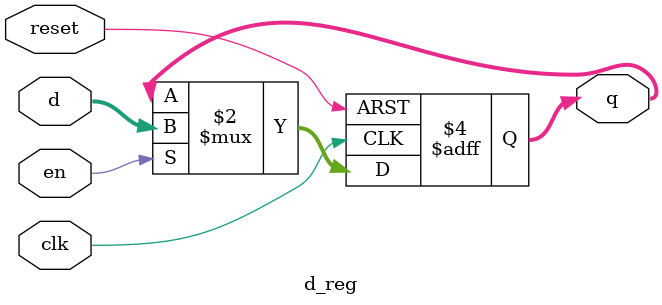
<source format=v>
module d_reg #(parameter WIDTH = 8)
              (input      clk, reset, en,
               input      [WIDTH-1:0] d, 
               output reg [WIDTH-1:0] q);

always @(posedge clk, posedge reset)
    if (reset) begin 
        q <= 0;
    end
    else begin
        if (en) begin
            q <= d;
        end
    end
endmodule

</source>
